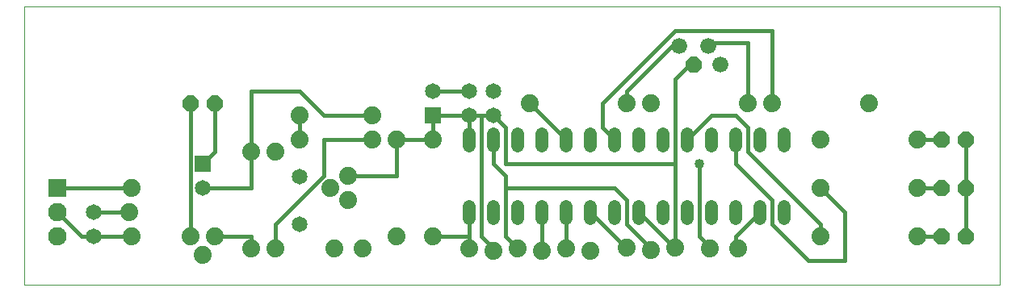
<source format=gtl>
G75*
G70*
%OFA0B0*%
%FSLAX24Y24*%
%IPPOS*%
%LPD*%
%AMOC8*
5,1,8,0,0,1.08239X$1,22.5*
%
%ADD10C,0.0000*%
%ADD11C,0.0520*%
%ADD12C,0.0740*%
%ADD13C,0.0650*%
%ADD14R,0.0650X0.0650*%
%ADD15R,0.0760X0.0760*%
%ADD16C,0.0760*%
%ADD17OC8,0.0660*%
%ADD18C,0.0660*%
%ADD19C,0.0160*%
%ADD20C,0.0400*%
D10*
X000139Y000109D02*
X000139Y011605D01*
X040384Y011605D01*
X040384Y000109D01*
X000139Y000109D01*
D11*
X018514Y002849D02*
X018514Y003369D01*
X019514Y003369D02*
X019514Y002849D01*
X020514Y002849D02*
X020514Y003369D01*
X021514Y003369D02*
X021514Y002849D01*
X022514Y002849D02*
X022514Y003369D01*
X023514Y003369D02*
X023514Y002849D01*
X024514Y002849D02*
X024514Y003369D01*
X025514Y003369D02*
X025514Y002849D01*
X026514Y002849D02*
X026514Y003369D01*
X027514Y003369D02*
X027514Y002849D01*
X028514Y002849D02*
X028514Y003369D01*
X029514Y003369D02*
X029514Y002849D01*
X030514Y002849D02*
X030514Y003369D01*
X031514Y003369D02*
X031514Y002849D01*
X031514Y005849D02*
X031514Y006369D01*
X030514Y006369D02*
X030514Y005849D01*
X029514Y005849D02*
X029514Y006369D01*
X028514Y006369D02*
X028514Y005849D01*
X027514Y005849D02*
X027514Y006369D01*
X026514Y006369D02*
X026514Y005849D01*
X025514Y005849D02*
X025514Y006369D01*
X024514Y006369D02*
X024514Y005849D01*
X023514Y005849D02*
X023514Y006369D01*
X022514Y006369D02*
X022514Y005849D01*
X021514Y005849D02*
X021514Y006369D01*
X020514Y006369D02*
X020514Y005849D01*
X019514Y005849D02*
X019514Y006369D01*
X018514Y006369D02*
X018514Y005849D01*
D12*
X017014Y006109D03*
X015514Y006109D03*
X014514Y006109D03*
X014514Y007109D03*
X011514Y007109D03*
X011514Y006109D03*
X010514Y005609D03*
X009514Y005609D03*
X013514Y004609D03*
X012764Y004109D03*
X013514Y003609D03*
X015514Y002109D03*
X017014Y002109D03*
X018514Y001609D03*
X019514Y001509D03*
X020514Y001609D03*
X021514Y001509D03*
X022514Y001609D03*
X023514Y001509D03*
X025014Y001659D03*
X026014Y001559D03*
X027014Y001659D03*
X028444Y001609D03*
X029584Y001609D03*
X033014Y002109D03*
X037014Y002109D03*
X037014Y004109D03*
X033014Y004109D03*
X033014Y006109D03*
X037014Y006109D03*
X035014Y007609D03*
X031014Y007609D03*
X030014Y007609D03*
X026014Y007609D03*
X025014Y007609D03*
X021014Y007609D03*
X004564Y004109D03*
X004464Y003109D03*
X004564Y002109D03*
X007014Y002109D03*
X008014Y002109D03*
X009514Y001609D03*
X010514Y001609D03*
X012944Y001609D03*
X014084Y001609D03*
X007514Y001359D03*
D13*
X011514Y002624D03*
X007514Y004109D03*
X011514Y004593D03*
X003014Y003109D03*
X003014Y002109D03*
X018514Y007109D03*
X019514Y007109D03*
X019514Y008109D03*
X018514Y008109D03*
X017014Y008109D03*
D14*
X017014Y007109D03*
X007514Y005109D03*
D15*
X001514Y004109D03*
D16*
X001514Y003109D03*
X001514Y002109D03*
D17*
X007014Y007609D03*
X008014Y007609D03*
X027764Y009227D03*
X038014Y006109D03*
X039014Y006109D03*
X039014Y004109D03*
X038014Y004109D03*
X038014Y002109D03*
X039014Y002109D03*
D18*
X028864Y009227D03*
X028364Y009990D03*
X027164Y009990D03*
D19*
X027014Y010109D01*
X025014Y008109D01*
X025014Y007609D01*
X024014Y007609D02*
X027014Y010609D01*
X031014Y010609D01*
X031014Y007609D01*
X030014Y007609D02*
X030014Y010109D01*
X028514Y010109D01*
X028364Y009990D01*
X027764Y009227D02*
X027514Y009109D01*
X027014Y008609D01*
X027014Y005109D01*
X020014Y005109D01*
X020014Y006609D01*
X019514Y007109D01*
X019014Y007109D01*
X019014Y002109D01*
X019514Y001609D01*
X019514Y001509D01*
X020014Y002109D02*
X020514Y001609D01*
X021514Y001509D02*
X021514Y003109D01*
X022514Y003109D02*
X022514Y001609D01*
X023514Y003109D02*
X025014Y001609D01*
X025014Y001659D01*
X025014Y002609D02*
X026014Y001609D01*
X026014Y001559D01*
X027014Y001609D02*
X027014Y001659D01*
X027014Y005109D01*
X028014Y005109D02*
X028014Y002109D01*
X028514Y001609D01*
X028444Y001609D01*
X029514Y001609D02*
X029584Y001609D01*
X029514Y001609D02*
X029514Y002109D01*
X030514Y003109D01*
X031014Y002609D02*
X031014Y003609D01*
X029514Y005109D01*
X029514Y006109D01*
X030014Y006609D02*
X030014Y005609D01*
X033014Y002609D01*
X033014Y002109D01*
X032514Y001109D02*
X031014Y002609D01*
X033014Y004109D02*
X034014Y003109D01*
X034014Y001109D01*
X032514Y001109D01*
X037014Y002109D02*
X038014Y002109D01*
X039014Y002109D02*
X039014Y004109D01*
X039014Y006109D01*
X038014Y006109D02*
X037014Y006109D01*
X037014Y004109D02*
X038014Y004109D01*
X030014Y006609D02*
X029514Y007109D01*
X028514Y007109D01*
X027514Y006109D01*
X024514Y006109D02*
X024014Y006609D01*
X024014Y007609D01*
X022514Y006109D02*
X021014Y007609D01*
X019014Y007109D02*
X018514Y007109D01*
X017014Y007109D01*
X017014Y006109D01*
X015514Y006109D01*
X015514Y004609D01*
X013514Y004609D01*
X012514Y004609D02*
X010514Y002609D01*
X010514Y001609D01*
X009514Y001609D02*
X009514Y002109D01*
X008014Y002109D01*
X007014Y002109D02*
X007014Y007609D01*
X008014Y007609D02*
X008014Y005609D01*
X007514Y005109D01*
X009514Y005609D02*
X009514Y008109D01*
X011514Y008109D01*
X012514Y007109D01*
X014514Y007109D01*
X014514Y006109D02*
X012514Y006109D01*
X012514Y004609D01*
X009514Y004109D02*
X009514Y005609D01*
X011514Y006109D02*
X011514Y007109D01*
X017014Y008109D02*
X018514Y008109D01*
X018514Y007109D02*
X018514Y006109D01*
X019514Y006109D02*
X019514Y005109D01*
X020014Y004609D01*
X020014Y004109D01*
X024514Y004109D01*
X025014Y003609D01*
X025014Y002609D01*
X025514Y003109D02*
X027014Y001609D01*
X020014Y002109D02*
X020014Y004109D01*
X018514Y003109D02*
X018514Y002109D01*
X017014Y002109D01*
X018514Y002109D02*
X018514Y001609D01*
X009514Y004109D02*
X007514Y004109D01*
X004564Y004109D02*
X001514Y004109D01*
X001514Y003109D02*
X002514Y002109D01*
X003014Y002109D01*
X004564Y002109D01*
X004514Y003109D02*
X004464Y003109D01*
X003014Y003109D01*
D20*
X028014Y005109D03*
M02*

</source>
